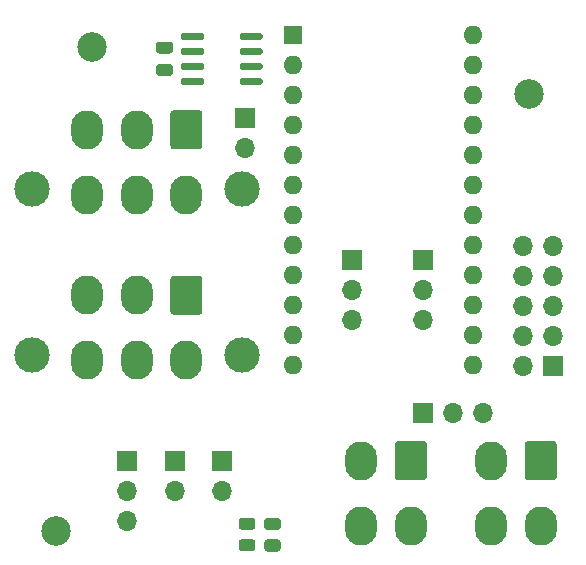
<source format=gbr>
G04 #@! TF.GenerationSoftware,KiCad,Pcbnew,(5.1.9)-1*
G04 #@! TF.CreationDate,2021-10-30T20:33:53-06:00*
G04 #@! TF.ProjectId,ralt_controller,72616c74-5f63-46f6-9e74-726f6c6c6572,1*
G04 #@! TF.SameCoordinates,Original*
G04 #@! TF.FileFunction,Soldermask,Top*
G04 #@! TF.FilePolarity,Negative*
%FSLAX46Y46*%
G04 Gerber Fmt 4.6, Leading zero omitted, Abs format (unit mm)*
G04 Created by KiCad (PCBNEW (5.1.9)-1) date 2021-10-30 20:33:53*
%MOMM*%
%LPD*%
G01*
G04 APERTURE LIST*
%ADD10O,1.700000X1.700000*%
%ADD11R,1.700000X1.700000*%
%ADD12C,3.000000*%
%ADD13O,2.700000X3.300000*%
%ADD14O,1.600000X1.600000*%
%ADD15R,1.600000X1.600000*%
%ADD16C,2.500000*%
G04 APERTURE END LIST*
G36*
G01*
X50548001Y-91687500D02*
X49647999Y-91687500D01*
G75*
G02*
X49398000Y-91437501I0J249999D01*
G01*
X49398000Y-90912499D01*
G75*
G02*
X49647999Y-90662500I249999J0D01*
G01*
X50548001Y-90662500D01*
G75*
G02*
X50798000Y-90912499I0J-249999D01*
G01*
X50798000Y-91437501D01*
G75*
G02*
X50548001Y-91687500I-249999J0D01*
G01*
G37*
G36*
G01*
X50548001Y-93512500D02*
X49647999Y-93512500D01*
G75*
G02*
X49398000Y-93262501I0J249999D01*
G01*
X49398000Y-92737499D01*
G75*
G02*
X49647999Y-92487500I249999J0D01*
G01*
X50548001Y-92487500D01*
G75*
G02*
X50798000Y-92737499I0J-249999D01*
G01*
X50798000Y-93262501D01*
G75*
G02*
X50548001Y-93512500I-249999J0D01*
G01*
G37*
G36*
G01*
X47488999Y-92464000D02*
X48389001Y-92464000D01*
G75*
G02*
X48639000Y-92713999I0J-249999D01*
G01*
X48639000Y-93239001D01*
G75*
G02*
X48389001Y-93489000I-249999J0D01*
G01*
X47488999Y-93489000D01*
G75*
G02*
X47239000Y-93239001I0J249999D01*
G01*
X47239000Y-92713999D01*
G75*
G02*
X47488999Y-92464000I249999J0D01*
G01*
G37*
G36*
G01*
X47488999Y-90639000D02*
X48389001Y-90639000D01*
G75*
G02*
X48639000Y-90888999I0J-249999D01*
G01*
X48639000Y-91414001D01*
G75*
G02*
X48389001Y-91664000I-249999J0D01*
G01*
X47488999Y-91664000D01*
G75*
G02*
X47239000Y-91414001I0J249999D01*
G01*
X47239000Y-90888999D01*
G75*
G02*
X47488999Y-90639000I249999J0D01*
G01*
G37*
D10*
X67890000Y-81810000D03*
X65350000Y-81810000D03*
D11*
X62810000Y-81810000D03*
G36*
G01*
X41429000Y-51355000D02*
X40479000Y-51355000D01*
G75*
G02*
X40229000Y-51105000I0J250000D01*
G01*
X40229000Y-50605000D01*
G75*
G02*
X40479000Y-50355000I250000J0D01*
G01*
X41429000Y-50355000D01*
G75*
G02*
X41679000Y-50605000I0J-250000D01*
G01*
X41679000Y-51105000D01*
G75*
G02*
X41429000Y-51355000I-250000J0D01*
G01*
G37*
G36*
G01*
X41429000Y-53255000D02*
X40479000Y-53255000D01*
G75*
G02*
X40229000Y-53005000I0J250000D01*
G01*
X40229000Y-52505000D01*
G75*
G02*
X40479000Y-52255000I250000J0D01*
G01*
X41429000Y-52255000D01*
G75*
G02*
X41679000Y-52505000I0J-250000D01*
G01*
X41679000Y-53005000D01*
G75*
G02*
X41429000Y-53255000I-250000J0D01*
G01*
G37*
D12*
X29710000Y-76850000D03*
X47510000Y-76850000D03*
D13*
X34410000Y-77310000D03*
X38610000Y-77310000D03*
X42810000Y-77310000D03*
X34410000Y-71810000D03*
X38610000Y-71810000D03*
G36*
G01*
X44160000Y-70410001D02*
X44160000Y-73209999D01*
G75*
G02*
X43909999Y-73460000I-250001J0D01*
G01*
X41710001Y-73460000D01*
G75*
G02*
X41460000Y-73209999I0J250001D01*
G01*
X41460000Y-70410001D01*
G75*
G02*
X41710001Y-70160000I250001J0D01*
G01*
X43909999Y-70160000D01*
G75*
G02*
X44160000Y-70410001I0J-250001D01*
G01*
G37*
D12*
X29710000Y-62850000D03*
X47510000Y-62850000D03*
D13*
X34410000Y-63310000D03*
X38610000Y-63310000D03*
X42810000Y-63310000D03*
X34410000Y-57810000D03*
X38610000Y-57810000D03*
G36*
G01*
X44160000Y-56410001D02*
X44160000Y-59209999D01*
G75*
G02*
X43909999Y-59460000I-250001J0D01*
G01*
X41710001Y-59460000D01*
G75*
G02*
X41460000Y-59209999I0J250001D01*
G01*
X41460000Y-56410001D01*
G75*
G02*
X41710001Y-56160000I250001J0D01*
G01*
X43909999Y-56160000D01*
G75*
G02*
X44160000Y-56410001I0J-250001D01*
G01*
G37*
G36*
G01*
X44310000Y-53565000D02*
X44310000Y-53865000D01*
G75*
G02*
X44160000Y-54015000I-150000J0D01*
G01*
X42510000Y-54015000D01*
G75*
G02*
X42360000Y-53865000I0J150000D01*
G01*
X42360000Y-53565000D01*
G75*
G02*
X42510000Y-53415000I150000J0D01*
G01*
X44160000Y-53415000D01*
G75*
G02*
X44310000Y-53565000I0J-150000D01*
G01*
G37*
G36*
G01*
X44310000Y-52295000D02*
X44310000Y-52595000D01*
G75*
G02*
X44160000Y-52745000I-150000J0D01*
G01*
X42510000Y-52745000D01*
G75*
G02*
X42360000Y-52595000I0J150000D01*
G01*
X42360000Y-52295000D01*
G75*
G02*
X42510000Y-52145000I150000J0D01*
G01*
X44160000Y-52145000D01*
G75*
G02*
X44310000Y-52295000I0J-150000D01*
G01*
G37*
G36*
G01*
X44310000Y-51025000D02*
X44310000Y-51325000D01*
G75*
G02*
X44160000Y-51475000I-150000J0D01*
G01*
X42510000Y-51475000D01*
G75*
G02*
X42360000Y-51325000I0J150000D01*
G01*
X42360000Y-51025000D01*
G75*
G02*
X42510000Y-50875000I150000J0D01*
G01*
X44160000Y-50875000D01*
G75*
G02*
X44310000Y-51025000I0J-150000D01*
G01*
G37*
G36*
G01*
X44310000Y-49755000D02*
X44310000Y-50055000D01*
G75*
G02*
X44160000Y-50205000I-150000J0D01*
G01*
X42510000Y-50205000D01*
G75*
G02*
X42360000Y-50055000I0J150000D01*
G01*
X42360000Y-49755000D01*
G75*
G02*
X42510000Y-49605000I150000J0D01*
G01*
X44160000Y-49605000D01*
G75*
G02*
X44310000Y-49755000I0J-150000D01*
G01*
G37*
G36*
G01*
X49260000Y-49755000D02*
X49260000Y-50055000D01*
G75*
G02*
X49110000Y-50205000I-150000J0D01*
G01*
X47460000Y-50205000D01*
G75*
G02*
X47310000Y-50055000I0J150000D01*
G01*
X47310000Y-49755000D01*
G75*
G02*
X47460000Y-49605000I150000J0D01*
G01*
X49110000Y-49605000D01*
G75*
G02*
X49260000Y-49755000I0J-150000D01*
G01*
G37*
G36*
G01*
X49260000Y-51025000D02*
X49260000Y-51325000D01*
G75*
G02*
X49110000Y-51475000I-150000J0D01*
G01*
X47460000Y-51475000D01*
G75*
G02*
X47310000Y-51325000I0J150000D01*
G01*
X47310000Y-51025000D01*
G75*
G02*
X47460000Y-50875000I150000J0D01*
G01*
X49110000Y-50875000D01*
G75*
G02*
X49260000Y-51025000I0J-150000D01*
G01*
G37*
G36*
G01*
X49260000Y-52295000D02*
X49260000Y-52595000D01*
G75*
G02*
X49110000Y-52745000I-150000J0D01*
G01*
X47460000Y-52745000D01*
G75*
G02*
X47310000Y-52595000I0J150000D01*
G01*
X47310000Y-52295000D01*
G75*
G02*
X47460000Y-52145000I150000J0D01*
G01*
X49110000Y-52145000D01*
G75*
G02*
X49260000Y-52295000I0J-150000D01*
G01*
G37*
G36*
G01*
X49260000Y-53565000D02*
X49260000Y-53865000D01*
G75*
G02*
X49110000Y-54015000I-150000J0D01*
G01*
X47460000Y-54015000D01*
G75*
G02*
X47310000Y-53865000I0J150000D01*
G01*
X47310000Y-53565000D01*
G75*
G02*
X47460000Y-53415000I150000J0D01*
G01*
X49110000Y-53415000D01*
G75*
G02*
X49260000Y-53565000I0J-150000D01*
G01*
G37*
D14*
X67050000Y-49810000D03*
X51810000Y-77750000D03*
X67050000Y-52350000D03*
X51810000Y-75210000D03*
X67050000Y-54890000D03*
X51810000Y-72670000D03*
X67050000Y-57430000D03*
X51810000Y-70130000D03*
X67050000Y-59970000D03*
X51810000Y-67590000D03*
X67050000Y-62510000D03*
X51810000Y-65050000D03*
X67050000Y-65050000D03*
X51810000Y-62510000D03*
X67050000Y-67590000D03*
X51810000Y-59970000D03*
X67050000Y-70130000D03*
X51810000Y-57430000D03*
X67050000Y-72670000D03*
X51810000Y-54890000D03*
X67050000Y-75210000D03*
X51810000Y-52350000D03*
X67050000Y-77750000D03*
D15*
X51810000Y-49810000D03*
D16*
X71810000Y-54810000D03*
X31810000Y-91810000D03*
X34810000Y-50810000D03*
D10*
X62810000Y-73890000D03*
X62810000Y-71350000D03*
D11*
X62810000Y-68810000D03*
D10*
X56810000Y-73890000D03*
X56810000Y-71350000D03*
D11*
X56810000Y-68810000D03*
D10*
X47810000Y-59350000D03*
D11*
X47810000Y-56810000D03*
D10*
X37810000Y-90890000D03*
X37810000Y-88350000D03*
D11*
X37810000Y-85810000D03*
D10*
X45810000Y-88350000D03*
D11*
X45810000Y-85810000D03*
D10*
X41810000Y-88350000D03*
D11*
X41810000Y-85810000D03*
D10*
X71270000Y-67650000D03*
X73810000Y-67650000D03*
X71270000Y-70190000D03*
X73810000Y-70190000D03*
X71270000Y-72730000D03*
X73810000Y-72730000D03*
X71270000Y-75270000D03*
X73810000Y-75270000D03*
X71270000Y-77810000D03*
D11*
X73810000Y-77810000D03*
D13*
X68610000Y-91310000D03*
X72810000Y-91310000D03*
X68610000Y-85810000D03*
G36*
G01*
X74160000Y-84410001D02*
X74160000Y-87209999D01*
G75*
G02*
X73909999Y-87460000I-250001J0D01*
G01*
X71710001Y-87460000D01*
G75*
G02*
X71460000Y-87209999I0J250001D01*
G01*
X71460000Y-84410001D01*
G75*
G02*
X71710001Y-84160000I250001J0D01*
G01*
X73909999Y-84160000D01*
G75*
G02*
X74160000Y-84410001I0J-250001D01*
G01*
G37*
X57610000Y-91310000D03*
X61810000Y-91310000D03*
X57610000Y-85810000D03*
G36*
G01*
X63160000Y-84410001D02*
X63160000Y-87209999D01*
G75*
G02*
X62909999Y-87460000I-250001J0D01*
G01*
X60710001Y-87460000D01*
G75*
G02*
X60460000Y-87209999I0J250001D01*
G01*
X60460000Y-84410001D01*
G75*
G02*
X60710001Y-84160000I250001J0D01*
G01*
X62909999Y-84160000D01*
G75*
G02*
X63160000Y-84410001I0J-250001D01*
G01*
G37*
M02*

</source>
